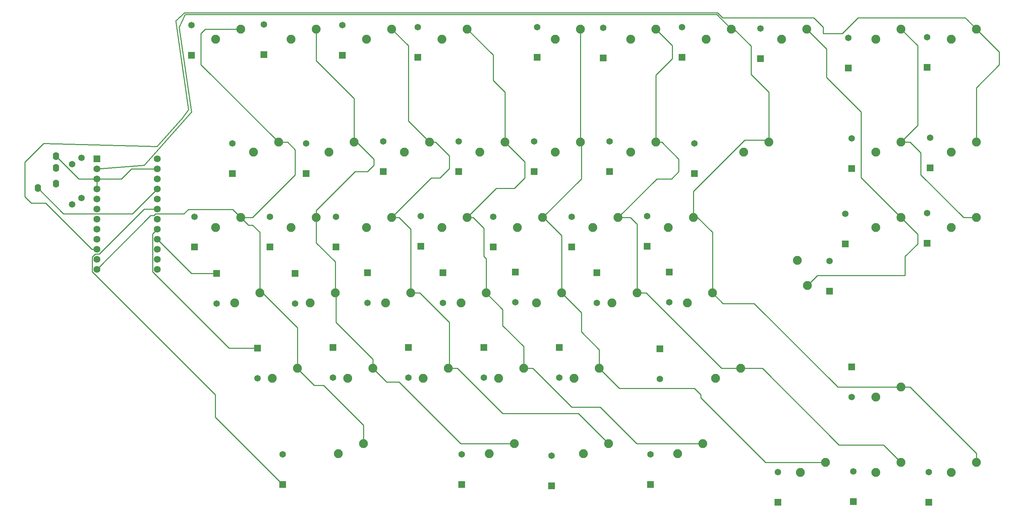
<source format=gbr>
%TF.GenerationSoftware,KiCad,Pcbnew,(5.1.9)-1*%
%TF.CreationDate,2021-04-06T00:29:57+03:00*%
%TF.ProjectId,SplitHside2,53706c69-7448-4736-9964-65322e6b6963,rev?*%
%TF.SameCoordinates,Original*%
%TF.FileFunction,Copper,L2,Bot*%
%TF.FilePolarity,Positive*%
%FSLAX46Y46*%
G04 Gerber Fmt 4.6, Leading zero omitted, Abs format (unit mm)*
G04 Created by KiCad (PCBNEW (5.1.9)-1) date 2021-04-06 00:29:57*
%MOMM*%
%LPD*%
G01*
G04 APERTURE LIST*
%TA.AperFunction,ComponentPad*%
%ADD10C,2.250000*%
%TD*%
%TA.AperFunction,ComponentPad*%
%ADD11C,1.651000*%
%TD*%
%TA.AperFunction,ComponentPad*%
%ADD12R,1.651000X1.651000*%
%TD*%
%TA.AperFunction,ComponentPad*%
%ADD13C,1.752600*%
%TD*%
%TA.AperFunction,ComponentPad*%
%ADD14R,1.752600X1.752600*%
%TD*%
%TA.AperFunction,ComponentPad*%
%ADD15O,1.600000X2.000000*%
%TD*%
%TA.AperFunction,Conductor*%
%ADD16C,0.250000*%
%TD*%
G04 APERTURE END LIST*
D10*
%TO.P,SW57,2*%
%TO.N,D2*%
X244231800Y-137792000D03*
%TO.P,SW57,1*%
%TO.N,Net-(D57-Pad1)*%
X237881800Y-140332000D03*
%TD*%
%TO.P,SW46,2*%
%TO.N,E6*%
X244231800Y-28257500D03*
%TO.P,SW46,1*%
%TO.N,Net-(D46-Pad1)*%
X237881800Y-30797500D03*
%TD*%
%TO.P,SW35,2*%
%TO.N,D2*%
X225187810Y-118745520D03*
%TO.P,SW35,1*%
%TO.N,Net-(D35-Pad1)*%
X218837810Y-121285520D03*
%TD*%
D11*
%TO.P,R2,2*%
%TO.N,D1*%
X18256250Y-70961250D03*
%TO.P,R2,1*%
%TO.N,/Sheet60DDDDC8/3*%
X18256250Y-60801250D03*
%TD*%
%TO.P,R1,2*%
%TO.N,D0*%
X15875000Y-72548750D03*
%TO.P,R1,1*%
%TO.N,/Sheet60DDDDC8/2*%
X15875000Y-62388750D03*
%TD*%
D10*
%TO.P,SW14,2*%
%TO.N,F6*%
X101362290Y-94932920D03*
%TO.P,SW14,1*%
%TO.N,Net-(D14-Pad1)*%
X95012290Y-97472920D03*
%TD*%
%TO.P,SW13,2*%
%TO.N,F6*%
X96599770Y-75882840D03*
%TO.P,SW13,1*%
%TO.N,Net-(D13-Pad1)*%
X90249770Y-78422840D03*
%TD*%
%TO.P,SW54,2*%
%TO.N,D7*%
X175181350Y-133033080D03*
%TO.P,SW54,1*%
%TO.N,Net-(D54-Pad1)*%
X168831350Y-135573080D03*
%TD*%
%TO.P,SW55,1*%
%TO.N,Net-(D55-Pad1)*%
X199787730Y-140335600D03*
%TO.P,SW55,2*%
%TO.N,C6*%
X206137730Y-137795600D03*
%TD*%
%TO.P,SW56,2*%
%TO.N,D4*%
X225187810Y-137795600D03*
%TO.P,SW56,1*%
%TO.N,Net-(D56-Pad1)*%
X218837810Y-140335600D03*
%TD*%
%TO.P,SW51,2*%
%TO.N,B5*%
X89455990Y-133033080D03*
%TO.P,SW51,1*%
%TO.N,Net-(D51-Pad1)*%
X83105990Y-135573080D03*
%TD*%
D12*
%TO.P,D51,2*%
%TO.N,F5*%
X69056540Y-143351820D03*
D11*
%TO.P,D51,1*%
%TO.N,Net-(D51-Pad1)*%
X69056540Y-135731820D03*
%TD*%
D13*
%TO.P,J1,24*%
%TO.N,RAW*%
X37385750Y-61039690D03*
%TO.P,J1,12*%
%TO.N,B5*%
X22145750Y-88979690D03*
%TO.P,J1,23*%
%TO.N,GND*%
X37385750Y-63579690D03*
%TO.P,J1,22*%
%TO.N,RESET*%
X37385750Y-66119690D03*
%TO.P,J1,21*%
%TO.N,VCC*%
X37385750Y-68659690D03*
%TO.P,J1,20*%
%TO.N,F4*%
X37385750Y-71199690D03*
%TO.P,J1,19*%
%TO.N,F5*%
X37385750Y-73739690D03*
%TO.P,J1,18*%
%TO.N,F6*%
X37385750Y-76279690D03*
%TO.P,J1,17*%
%TO.N,F7*%
X37385750Y-78819690D03*
%TO.P,J1,16*%
%TO.N,B1*%
X37385750Y-81359690D03*
%TO.P,J1,15*%
%TO.N,B3*%
X37385750Y-83899690D03*
%TO.P,J1,14*%
%TO.N,B2*%
X37385750Y-86439690D03*
%TO.P,J1,13*%
%TO.N,B6*%
X37385750Y-88979690D03*
%TO.P,J1,11*%
%TO.N,B4*%
X22145750Y-86439690D03*
%TO.P,J1,10*%
%TO.N,E6*%
X22145750Y-83899690D03*
%TO.P,J1,9*%
%TO.N,D7*%
X22145750Y-81359690D03*
%TO.P,J1,8*%
%TO.N,C6*%
X22145750Y-78819690D03*
%TO.P,J1,7*%
%TO.N,D4*%
X22145750Y-76279690D03*
%TO.P,J1,6*%
%TO.N,D0*%
X22145750Y-73739690D03*
%TO.P,J1,5*%
%TO.N,D1*%
X22145750Y-71199690D03*
%TO.P,J1,4*%
%TO.N,GND*%
X22145750Y-68659690D03*
%TO.P,J1,3*%
X22145750Y-66119690D03*
%TO.P,J1,2*%
%TO.N,D2*%
X22145750Y-63579690D03*
D14*
%TO.P,J1,1*%
%TO.N,D3*%
X22145750Y-61039690D03*
%TD*%
D10*
%TO.P,SW8,2*%
%TO.N,B4*%
X77549690Y-75882840D03*
%TO.P,SW8,1*%
%TO.N,Net-(D8-Pad1)*%
X71199690Y-78422840D03*
%TD*%
%TO.P,SW10,2*%
%TO.N,B4*%
X91837250Y-113983000D03*
%TO.P,SW10,1*%
%TO.N,Net-(D10-Pad1)*%
X85487250Y-116523000D03*
%TD*%
%TO.P,SW3,2*%
%TO.N,B5*%
X58499610Y-75882840D03*
%TO.P,SW3,1*%
%TO.N,Net-(D3-Pad1)*%
X52149610Y-78422840D03*
%TD*%
%TO.P,SW4,2*%
%TO.N,B5*%
X63262130Y-94932920D03*
%TO.P,SW4,1*%
%TO.N,Net-(D4-Pad1)*%
X56912130Y-97472920D03*
%TD*%
%TO.P,SW53,2*%
%TO.N,F6*%
X151368750Y-133033080D03*
%TO.P,SW53,1*%
%TO.N,Net-(D53-Pad1)*%
X145018750Y-135573080D03*
%TD*%
%TO.P,SW52,2*%
%TO.N,B4*%
X127556150Y-133033080D03*
%TO.P,SW52,1*%
%TO.N,Net-(D52-Pad1)*%
X121206150Y-135573080D03*
%TD*%
%TO.P,SW37,1*%
%TO.N,Net-(D37-Pad1)*%
X198993950Y-86677880D03*
%TO.P,SW37,2*%
%TO.N,D3*%
X201533950Y-93027880D03*
%TD*%
%TO.P,SW32,2*%
%TO.N,D2*%
X191850170Y-56832760D03*
%TO.P,SW32,1*%
%TO.N,Net-(D32-Pad1)*%
X185500170Y-59372760D03*
%TD*%
%TO.P,SW30,2*%
%TO.N,D4*%
X184706390Y-113983000D03*
%TO.P,SW30,1*%
%TO.N,Net-(D30-Pad1)*%
X178356390Y-116523000D03*
%TD*%
%TO.P,SW42,2*%
%TO.N,F4*%
X225187810Y-56832760D03*
%TO.P,SW42,1*%
%TO.N,Net-(D42-Pad1)*%
X218837810Y-59372760D03*
%TD*%
%TO.P,SW41,2*%
%TO.N,F4*%
X225187810Y-28257640D03*
%TO.P,SW41,1*%
%TO.N,Net-(D41-Pad1)*%
X218837810Y-30797640D03*
%TD*%
%TO.P,SW38,2*%
%TO.N,D3*%
X225187810Y-75882840D03*
%TO.P,SW38,1*%
%TO.N,Net-(D38-Pad1)*%
X218837810Y-78422840D03*
%TD*%
%TO.P,SW33,2*%
%TO.N,D2*%
X172800090Y-75882840D03*
%TO.P,SW33,1*%
%TO.N,Net-(D33-Pad1)*%
X166450090Y-78422840D03*
%TD*%
%TO.P,SW27,2*%
%TO.N,D4*%
X163275050Y-56832760D03*
%TO.P,SW27,1*%
%TO.N,Net-(D27-Pad1)*%
X156925050Y-59372760D03*
%TD*%
%TO.P,SW12,2*%
%TO.N,F6*%
X106124810Y-56832760D03*
%TO.P,SW12,1*%
%TO.N,Net-(D12-Pad1)*%
X99774810Y-59372760D03*
%TD*%
%TO.P,SW6,2*%
%TO.N,B4*%
X77549690Y-28257640D03*
%TO.P,SW6,1*%
%TO.N,Net-(D6-Pad1)*%
X71199690Y-30797640D03*
%TD*%
D12*
%TO.P,D6,2*%
%TO.N,B6*%
X64293750Y-34766250D03*
D11*
%TO.P,D6,1*%
%TO.N,Net-(D6-Pad1)*%
X64293750Y-27146250D03*
%TD*%
D10*
%TO.P,SW47,2*%
%TO.N,E6*%
X244237890Y-56832760D03*
%TO.P,SW47,1*%
%TO.N,Net-(D47-Pad1)*%
X237887890Y-59372760D03*
%TD*%
%TO.P,SW43,2*%
%TO.N,F4*%
X244237890Y-75882840D03*
%TO.P,SW43,1*%
%TO.N,Net-(D43-Pad1)*%
X237887890Y-78422840D03*
%TD*%
%TO.P,SW36,2*%
%TO.N,D3*%
X201375210Y-28257640D03*
%TO.P,SW36,1*%
%TO.N,Net-(D36-Pad1)*%
X195025210Y-30797640D03*
%TD*%
%TO.P,SW34,2*%
%TO.N,D2*%
X177562610Y-94932920D03*
%TO.P,SW34,1*%
%TO.N,Net-(D34-Pad1)*%
X171212610Y-97472920D03*
%TD*%
%TO.P,SW31,2*%
%TO.N,D2*%
X182325130Y-28257640D03*
%TO.P,SW31,1*%
%TO.N,Net-(D31-Pad1)*%
X175975130Y-30797640D03*
%TD*%
%TO.P,SW29,2*%
%TO.N,D4*%
X158512530Y-94932920D03*
%TO.P,SW29,1*%
%TO.N,Net-(D29-Pad1)*%
X152162530Y-97472920D03*
%TD*%
%TO.P,SW28,2*%
%TO.N,D4*%
X153750010Y-75882840D03*
%TO.P,SW28,1*%
%TO.N,Net-(D28-Pad1)*%
X147400010Y-78422840D03*
%TD*%
%TO.P,SW26,2*%
%TO.N,D4*%
X163275050Y-28257640D03*
%TO.P,SW26,1*%
%TO.N,Net-(D26-Pad1)*%
X156925050Y-30797640D03*
%TD*%
%TO.P,SW25,2*%
%TO.N,C6*%
X148987490Y-113983000D03*
%TO.P,SW25,1*%
%TO.N,Net-(D25-Pad1)*%
X142637490Y-116523000D03*
%TD*%
%TO.P,SW24,2*%
%TO.N,C6*%
X139462450Y-94932920D03*
%TO.P,SW24,1*%
%TO.N,Net-(D24-Pad1)*%
X133112450Y-97472920D03*
%TD*%
%TO.P,SW23,2*%
%TO.N,C6*%
X134699930Y-75882840D03*
%TO.P,SW23,1*%
%TO.N,Net-(D23-Pad1)*%
X128349930Y-78422840D03*
%TD*%
%TO.P,SW22,2*%
%TO.N,C6*%
X144224970Y-56832760D03*
%TO.P,SW22,1*%
%TO.N,Net-(D22-Pad1)*%
X137874970Y-59372760D03*
%TD*%
%TO.P,SW21,2*%
%TO.N,C6*%
X144224970Y-28257640D03*
%TO.P,SW21,1*%
%TO.N,Net-(D21-Pad1)*%
X137874970Y-30797640D03*
%TD*%
%TO.P,SW20,2*%
%TO.N,D7*%
X129937410Y-113983000D03*
%TO.P,SW20,1*%
%TO.N,Net-(D20-Pad1)*%
X123587410Y-116523000D03*
%TD*%
%TO.P,SW19,2*%
%TO.N,D7*%
X120412370Y-94932920D03*
%TO.P,SW19,1*%
%TO.N,Net-(D19-Pad1)*%
X114062370Y-97472920D03*
%TD*%
%TO.P,SW18,2*%
%TO.N,D7*%
X115649850Y-75882840D03*
%TO.P,SW18,1*%
%TO.N,Net-(D18-Pad1)*%
X109299850Y-78422840D03*
%TD*%
%TO.P,SW17,2*%
%TO.N,D7*%
X125174890Y-56832760D03*
%TO.P,SW17,1*%
%TO.N,Net-(D17-Pad1)*%
X118824890Y-59372760D03*
%TD*%
%TO.P,SW16,2*%
%TO.N,D7*%
X115649850Y-28257640D03*
%TO.P,SW16,1*%
%TO.N,Net-(D16-Pad1)*%
X109299850Y-30797640D03*
%TD*%
%TO.P,SW15,2*%
%TO.N,F6*%
X110887330Y-113983000D03*
%TO.P,SW15,1*%
%TO.N,Net-(D15-Pad1)*%
X104537330Y-116523000D03*
%TD*%
%TO.P,SW11,2*%
%TO.N,F6*%
X96599770Y-28257640D03*
%TO.P,SW11,1*%
%TO.N,Net-(D11-Pad1)*%
X90249770Y-30797640D03*
%TD*%
%TO.P,SW9,2*%
%TO.N,B4*%
X82312210Y-94932920D03*
%TO.P,SW9,1*%
%TO.N,Net-(D9-Pad1)*%
X75962210Y-97472920D03*
%TD*%
%TO.P,SW7,2*%
%TO.N,B4*%
X87074730Y-56832500D03*
%TO.P,SW7,1*%
%TO.N,Net-(D7-Pad1)*%
X80724730Y-59372500D03*
%TD*%
%TO.P,SW5,2*%
%TO.N,B5*%
X72787170Y-113983000D03*
%TO.P,SW5,1*%
%TO.N,Net-(D5-Pad1)*%
X66437170Y-116523000D03*
%TD*%
%TO.P,SW2,2*%
%TO.N,B5*%
X68024650Y-56832760D03*
%TO.P,SW2,1*%
%TO.N,Net-(D2-Pad1)*%
X61674650Y-59372760D03*
%TD*%
%TO.P,SW1,2*%
%TO.N,B5*%
X58499610Y-28257640D03*
%TO.P,SW1,1*%
%TO.N,Net-(D1-Pad1)*%
X52149610Y-30797640D03*
%TD*%
D12*
%TO.P,D47,2*%
%TO.N,B2*%
X232568750Y-63341250D03*
D11*
%TO.P,D47,1*%
%TO.N,Net-(D47-Pad1)*%
X232568750Y-55721250D03*
%TD*%
D12*
%TO.P,D46,2*%
%TO.N,B6*%
X231775000Y-37941250D03*
D11*
%TO.P,D46,1*%
%TO.N,Net-(D46-Pad1)*%
X231775000Y-30321250D03*
%TD*%
D12*
%TO.P,D43,2*%
%TO.N,B3*%
X231775000Y-82391250D03*
D11*
%TO.P,D43,1*%
%TO.N,Net-(D43-Pad1)*%
X231775000Y-74771250D03*
%TD*%
D12*
%TO.P,D42,2*%
%TO.N,B2*%
X212725000Y-63500000D03*
D11*
%TO.P,D42,1*%
%TO.N,Net-(D42-Pad1)*%
X212725000Y-55880000D03*
%TD*%
D12*
%TO.P,D41,2*%
%TO.N,B6*%
X211931250Y-38100000D03*
D11*
%TO.P,D41,1*%
%TO.N,Net-(D41-Pad1)*%
X211931250Y-30480000D03*
%TD*%
D12*
%TO.P,D38,2*%
%TO.N,B3*%
X211137500Y-82550000D03*
D11*
%TO.P,D38,1*%
%TO.N,Net-(D38-Pad1)*%
X211137500Y-74930000D03*
%TD*%
D12*
%TO.P,D37,2*%
%TO.N,B2*%
X207169620Y-94535990D03*
D11*
%TO.P,D37,1*%
%TO.N,Net-(D37-Pad1)*%
X207169620Y-86915990D03*
%TD*%
D12*
%TO.P,D36,2*%
%TO.N,B6*%
X189706250Y-35718750D03*
D11*
%TO.P,D36,1*%
%TO.N,Net-(D36-Pad1)*%
X189706250Y-28098750D03*
%TD*%
D12*
%TO.P,D35,2*%
%TO.N,F7*%
X212725000Y-113665000D03*
D11*
%TO.P,D35,1*%
%TO.N,Net-(D35-Pad1)*%
X212725000Y-121285000D03*
%TD*%
D12*
%TO.P,D34,2*%
%TO.N,B1*%
X166687500Y-89693750D03*
D11*
%TO.P,D34,1*%
%TO.N,Net-(D34-Pad1)*%
X166687500Y-97313750D03*
%TD*%
D12*
%TO.P,D33,2*%
%TO.N,B3*%
X161131250Y-83185000D03*
D11*
%TO.P,D33,1*%
%TO.N,Net-(D33-Pad1)*%
X161131250Y-75565000D03*
%TD*%
D12*
%TO.P,D32,2*%
%TO.N,B2*%
X173037500Y-64770240D03*
D11*
%TO.P,D32,1*%
%TO.N,Net-(D32-Pad1)*%
X173037500Y-57150240D03*
%TD*%
D12*
%TO.P,D31,2*%
%TO.N,B6*%
X169862500Y-35401250D03*
D11*
%TO.P,D31,1*%
%TO.N,Net-(D31-Pad1)*%
X169862500Y-27781250D03*
%TD*%
D12*
%TO.P,D30,2*%
%TO.N,F7*%
X164306250Y-109061250D03*
D11*
%TO.P,D30,1*%
%TO.N,Net-(D30-Pad1)*%
X164306250Y-116681250D03*
%TD*%
D12*
%TO.P,D29,2*%
%TO.N,B1*%
X148431250Y-89852500D03*
D11*
%TO.P,D29,1*%
%TO.N,Net-(D29-Pad1)*%
X148431250Y-97472500D03*
%TD*%
D12*
%TO.P,D28,2*%
%TO.N,B3*%
X142081250Y-83343750D03*
D11*
%TO.P,D28,1*%
%TO.N,Net-(D28-Pad1)*%
X142081250Y-75723750D03*
%TD*%
D12*
%TO.P,D27,2*%
%TO.N,B2*%
X151606250Y-64293750D03*
D11*
%TO.P,D27,1*%
%TO.N,Net-(D27-Pad1)*%
X151606250Y-56673750D03*
%TD*%
D12*
%TO.P,D26,2*%
%TO.N,B6*%
X150018750Y-35560000D03*
D11*
%TO.P,D26,1*%
%TO.N,Net-(D26-Pad1)*%
X150018750Y-27940000D03*
%TD*%
D12*
%TO.P,D25,2*%
%TO.N,F7*%
X138906250Y-108743750D03*
D11*
%TO.P,D25,1*%
%TO.N,Net-(D25-Pad1)*%
X138906250Y-116363750D03*
%TD*%
D12*
%TO.P,D24,2*%
%TO.N,B1*%
X127793750Y-89693750D03*
D11*
%TO.P,D24,1*%
%TO.N,Net-(D24-Pad1)*%
X127793750Y-97313750D03*
%TD*%
D12*
%TO.P,D23,2*%
%TO.N,B3*%
X122237500Y-83343750D03*
D11*
%TO.P,D23,1*%
%TO.N,Net-(D23-Pad1)*%
X122237500Y-75723750D03*
%TD*%
D12*
%TO.P,D22,2*%
%TO.N,B2*%
X132556250Y-64293750D03*
D11*
%TO.P,D22,1*%
%TO.N,Net-(D22-Pad1)*%
X132556250Y-56673750D03*
%TD*%
D12*
%TO.P,D21,2*%
%TO.N,B6*%
X133350000Y-35401250D03*
D11*
%TO.P,D21,1*%
%TO.N,Net-(D21-Pad1)*%
X133350000Y-27781250D03*
%TD*%
D12*
%TO.P,D20,2*%
%TO.N,F7*%
X119856250Y-108743750D03*
D11*
%TO.P,D20,1*%
%TO.N,Net-(D20-Pad1)*%
X119856250Y-116363750D03*
%TD*%
D12*
%TO.P,D19,2*%
%TO.N,B1*%
X109537500Y-89852500D03*
D11*
%TO.P,D19,1*%
%TO.N,Net-(D19-Pad1)*%
X109537500Y-97472500D03*
%TD*%
D12*
%TO.P,D18,2*%
%TO.N,B3*%
X103981250Y-83185000D03*
D11*
%TO.P,D18,1*%
%TO.N,Net-(D18-Pad1)*%
X103981250Y-75565000D03*
%TD*%
D12*
%TO.P,D17,2*%
%TO.N,B2*%
X113506250Y-64293750D03*
D11*
%TO.P,D17,1*%
%TO.N,Net-(D17-Pad1)*%
X113506250Y-56673750D03*
%TD*%
D12*
%TO.P,D16,2*%
%TO.N,B6*%
X103187500Y-35401250D03*
D11*
%TO.P,D16,1*%
%TO.N,Net-(D16-Pad1)*%
X103187500Y-27781250D03*
%TD*%
D12*
%TO.P,D15,2*%
%TO.N,F7*%
X100806250Y-108743750D03*
D11*
%TO.P,D15,1*%
%TO.N,Net-(D15-Pad1)*%
X100806250Y-116363750D03*
%TD*%
D12*
%TO.P,D14,2*%
%TO.N,B1*%
X90487500Y-89852500D03*
D11*
%TO.P,D14,1*%
%TO.N,Net-(D14-Pad1)*%
X90487500Y-97472500D03*
%TD*%
D12*
%TO.P,D13,2*%
%TO.N,B3*%
X82550000Y-83343750D03*
D11*
%TO.P,D13,1*%
%TO.N,Net-(D13-Pad1)*%
X82550000Y-75723750D03*
%TD*%
D12*
%TO.P,D12,2*%
%TO.N,B2*%
X94456250Y-64293750D03*
D11*
%TO.P,D12,1*%
%TO.N,Net-(D12-Pad1)*%
X94456250Y-56673750D03*
%TD*%
D12*
%TO.P,D11,2*%
%TO.N,B6*%
X84137500Y-34925000D03*
D11*
%TO.P,D11,1*%
%TO.N,Net-(D11-Pad1)*%
X84137500Y-27305000D03*
%TD*%
D12*
%TO.P,D10,2*%
%TO.N,F7*%
X81756250Y-108743750D03*
D11*
%TO.P,D10,1*%
%TO.N,Net-(D10-Pad1)*%
X81756250Y-116363750D03*
%TD*%
D12*
%TO.P,D9,2*%
%TO.N,B1*%
X72231250Y-90011250D03*
D11*
%TO.P,D9,1*%
%TO.N,Net-(D9-Pad1)*%
X72231250Y-97631250D03*
%TD*%
D12*
%TO.P,D8,2*%
%TO.N,B3*%
X65881250Y-83343750D03*
D11*
%TO.P,D8,1*%
%TO.N,Net-(D8-Pad1)*%
X65881250Y-75723750D03*
%TD*%
D12*
%TO.P,D7,2*%
%TO.N,B2*%
X75009690Y-64770240D03*
D11*
%TO.P,D7,1*%
%TO.N,Net-(D7-Pad1)*%
X75009690Y-57150240D03*
%TD*%
D12*
%TO.P,D5,2*%
%TO.N,F7*%
X62706250Y-108902500D03*
D11*
%TO.P,D5,1*%
%TO.N,Net-(D5-Pad1)*%
X62706250Y-116522500D03*
%TD*%
D12*
%TO.P,D4,2*%
%TO.N,B1*%
X52387500Y-90011250D03*
D11*
%TO.P,D4,1*%
%TO.N,Net-(D4-Pad1)*%
X52387500Y-97631250D03*
%TD*%
D12*
%TO.P,D3,2*%
%TO.N,B3*%
X46831250Y-83343750D03*
D11*
%TO.P,D3,1*%
%TO.N,Net-(D3-Pad1)*%
X46831250Y-75723750D03*
%TD*%
D12*
%TO.P,D2,2*%
%TO.N,B2*%
X56356250Y-64770000D03*
D11*
%TO.P,D2,1*%
%TO.N,Net-(D2-Pad1)*%
X56356250Y-57150000D03*
%TD*%
D12*
%TO.P,D1,2*%
%TO.N,B6*%
X46037500Y-34925000D03*
D11*
%TO.P,D1,1*%
%TO.N,Net-(D1-Pad1)*%
X46037500Y-27305000D03*
%TD*%
D15*
%TO.P,J2,3*%
%TO.N,/Sheet60DDDDC8/3*%
X11825040Y-63350240D03*
%TO.P,J2,4*%
%TO.N,GND*%
X11825040Y-60350240D03*
%TO.P,J2,2*%
%TO.N,/Sheet60DDDDC8/2*%
X11825040Y-67350240D03*
%TO.P,J2,1*%
%TO.N,VCC*%
X7225040Y-68450240D03*
%TD*%
D11*
%TO.P,D52,1*%
%TO.N,Net-(D52-Pad1)*%
X114300480Y-135731820D03*
D12*
%TO.P,D52,2*%
%TO.N,F5*%
X114300480Y-143351820D03*
%TD*%
%TO.P,D53,2*%
%TO.N,F5*%
X136949899Y-143731650D03*
D11*
%TO.P,D53,1*%
%TO.N,Net-(D53-Pad1)*%
X136949899Y-136111650D03*
%TD*%
%TO.P,D54,1*%
%TO.N,Net-(D54-Pad1)*%
X161925680Y-135731820D03*
D12*
%TO.P,D54,2*%
%TO.N,F5*%
X161925680Y-143351820D03*
%TD*%
D11*
%TO.P,D55,1*%
%TO.N,Net-(D55-Pad1)*%
X194072690Y-140256230D03*
D12*
%TO.P,D55,2*%
%TO.N,F5*%
X194072690Y-147876230D03*
%TD*%
%TO.P,D56,2*%
%TO.N,F5*%
X213122770Y-147638120D03*
D11*
%TO.P,D56,1*%
%TO.N,Net-(D56-Pad1)*%
X213122770Y-140018120D03*
%TD*%
%TO.P,D57,1*%
%TO.N,Net-(D57-Pad1)*%
X232172850Y-140256230D03*
D12*
%TO.P,D57,2*%
%TO.N,F5*%
X232172850Y-147876230D03*
%TD*%
D16*
%TO.N,B5*%
X58499610Y-28257640D02*
X49529860Y-28257640D01*
X49529860Y-28257640D02*
X48418750Y-29368750D01*
X48418750Y-37226860D02*
X68024650Y-56832760D01*
X48418750Y-29368750D02*
X48418750Y-37226860D01*
X68024650Y-56832760D02*
X70326510Y-56832760D01*
X70326510Y-56832760D02*
X72231250Y-58737500D01*
X72231250Y-58737500D02*
X72231250Y-65087500D01*
X61435910Y-75882840D02*
X58499610Y-75882840D01*
X72231250Y-65087500D02*
X61435910Y-75882840D01*
X63262130Y-79612870D02*
X63262130Y-94932920D01*
X61436760Y-77787500D02*
X63262130Y-79612870D01*
X60404270Y-77787500D02*
X61436760Y-77787500D01*
X58499610Y-75882840D02*
X60404270Y-77787500D01*
X89455990Y-133033080D02*
X89455990Y-128349740D01*
X79375000Y-118268750D02*
X76993750Y-118268750D01*
X89455990Y-128349740D02*
X79375000Y-118268750D01*
X72787170Y-114062170D02*
X72787170Y-113983000D01*
X76993750Y-118268750D02*
X72787170Y-114062170D01*
X72787170Y-113983000D02*
X72787170Y-103743420D01*
X63976670Y-94932920D02*
X63262130Y-94932920D01*
X72787170Y-103743420D02*
X63976670Y-94932920D01*
X56435520Y-73818750D02*
X58499610Y-75882840D01*
X45243750Y-73818750D02*
X56435520Y-73818750D01*
X44121509Y-74940991D02*
X45243750Y-73818750D01*
X36977759Y-74940991D02*
X44121509Y-74940991D01*
X36512500Y-75406250D02*
X36977759Y-74940991D01*
X35719190Y-75406250D02*
X36512500Y-75406250D01*
X22145750Y-88979690D02*
X35719190Y-75406250D01*
%TO.N,GND*%
X37385750Y-63579690D02*
X30876560Y-63579690D01*
X28336560Y-66119690D02*
X22145750Y-66119690D01*
X30876560Y-63579690D02*
X28336560Y-66119690D01*
X22145750Y-68659690D02*
X22145750Y-66119690D01*
X17594490Y-66119690D02*
X11825040Y-60350240D01*
X22145750Y-66119690D02*
X17594490Y-66119690D01*
%TO.N,VCC*%
X31104449Y-74940991D02*
X37385750Y-68659690D01*
X13715791Y-74940991D02*
X31104449Y-74940991D01*
X7225040Y-68450240D02*
X13715791Y-74940991D01*
%TO.N,F4*%
X244237890Y-75882840D02*
X240982840Y-75882840D01*
X240982840Y-75882840D02*
X230187500Y-65087500D01*
X230187500Y-65087500D02*
X230187500Y-59531250D01*
X227489010Y-56832760D02*
X225187810Y-56832760D01*
X230187500Y-59531250D02*
X227489010Y-56832760D01*
X225187810Y-56832760D02*
X229393750Y-52626820D01*
X229393750Y-32463580D02*
X225187810Y-28257640D01*
X229393750Y-52626820D02*
X229393750Y-32463580D01*
%TO.N,F5*%
X20944449Y-89556315D02*
X52038134Y-120650000D01*
X20944449Y-85863065D02*
X20944449Y-89556315D01*
X21706523Y-85100991D02*
X20944449Y-85863065D01*
X22722375Y-85100991D02*
X21706523Y-85100991D01*
X34083676Y-73739690D02*
X22722375Y-85100991D01*
X37385750Y-73739690D02*
X34083676Y-73739690D01*
X52038134Y-126333414D02*
X69056540Y-143351820D01*
X52038134Y-120650000D02*
X52038134Y-126333414D01*
%TO.N,F6*%
X100806250Y-51514200D02*
X106124810Y-56832760D01*
X100806250Y-32464120D02*
X100806250Y-51514200D01*
X96599770Y-28257640D02*
X100806250Y-32464120D01*
X101362290Y-94932920D02*
X103664170Y-94932920D01*
X103664170Y-94932920D02*
X111125000Y-102393750D01*
X111125000Y-113745330D02*
X110887330Y-113983000D01*
X111125000Y-102393750D02*
X111125000Y-113745330D01*
X110887330Y-113983000D02*
X113189250Y-113983000D01*
X113189250Y-113983000D02*
X124618750Y-125412500D01*
X143748170Y-125412500D02*
X151368750Y-133033080D01*
X124618750Y-125412500D02*
X143748170Y-125412500D01*
X101362290Y-94932920D02*
X101362290Y-78818960D01*
X98426170Y-75882840D02*
X96599770Y-75882840D01*
X101362290Y-78818960D02*
X98426170Y-75882840D01*
X107632760Y-56832760D02*
X106124810Y-56832760D01*
X111125000Y-60325000D02*
X107632760Y-56832760D01*
X96599770Y-75882840D02*
X106601360Y-65881250D01*
X106601360Y-65881250D02*
X108743750Y-65881250D01*
X111125000Y-63500000D02*
X111125000Y-60325000D01*
X108743750Y-65881250D02*
X111125000Y-63500000D01*
%TO.N,F7*%
X36184449Y-80020991D02*
X37385750Y-78819690D01*
X36184449Y-89556315D02*
X36184449Y-80020991D01*
X55530634Y-108902500D02*
X36184449Y-89556315D01*
X62706250Y-108902500D02*
X55530634Y-108902500D01*
%TO.N,B1*%
X46037310Y-90011250D02*
X52387500Y-90011250D01*
X37385750Y-81359690D02*
X46037310Y-90011250D01*
%TO.N,B4*%
X127556150Y-133033080D02*
X113983080Y-133033080D01*
X113983080Y-133033080D02*
X98425000Y-117475000D01*
X95329250Y-117475000D02*
X91837250Y-113983000D01*
X98425000Y-117475000D02*
X95329250Y-117475000D01*
X91837250Y-113983000D02*
X91837250Y-111681000D01*
X91837250Y-111681000D02*
X82550000Y-102393750D01*
X82550000Y-95170710D02*
X82312210Y-94932920D01*
X82550000Y-102393750D02*
X82550000Y-95170710D01*
X82312210Y-94932920D02*
X82312210Y-87074710D01*
X77549690Y-82312190D02*
X77549690Y-75882840D01*
X82312210Y-87074710D02*
X77549690Y-82312190D01*
X87788750Y-56832500D02*
X87074730Y-56832500D01*
X92075000Y-61118750D02*
X87788750Y-56832500D01*
X92075000Y-62706250D02*
X92075000Y-61118750D01*
X90487500Y-64293750D02*
X92075000Y-62706250D01*
X87312500Y-64293750D02*
X90487500Y-64293750D01*
X77549690Y-74056560D02*
X87312500Y-64293750D01*
X77549690Y-75882840D02*
X77549690Y-74056560D01*
X87074730Y-56832500D02*
X87074730Y-45799730D01*
X77549690Y-36274690D02*
X77549690Y-28257640D01*
X87074730Y-45799730D02*
X77549690Y-36274690D01*
%TO.N,E6*%
X244237890Y-43099610D02*
X250031250Y-37306250D01*
X244237890Y-56832760D02*
X244237890Y-43099610D01*
X205581250Y-29368750D02*
X210343750Y-29368750D01*
X180103900Y-25400000D02*
X203200000Y-25400000D01*
X44263600Y-24156240D02*
X178860141Y-24156241D01*
X20883486Y-83899690D02*
X9215046Y-72231250D01*
X37306250Y-57943750D02*
X43656250Y-50800000D01*
X205581250Y-27781250D02*
X205581250Y-29368750D01*
X9215046Y-72231250D02*
X5556250Y-72231250D01*
X5556250Y-72231250D02*
X3968750Y-70643750D01*
X3968750Y-70643750D02*
X3968750Y-61912500D01*
X43656250Y-50800000D02*
X45243750Y-48594572D01*
X203200000Y-25400000D02*
X205581250Y-27781250D01*
X3968750Y-61912500D02*
X8731250Y-57150000D01*
X210343750Y-29368750D02*
X214312500Y-25400000D01*
X8731250Y-57150000D02*
X37306250Y-57943750D01*
X45243750Y-48594572D02*
X42068750Y-26193750D01*
X42068750Y-26193750D02*
X44263600Y-24156240D01*
X22145750Y-83899690D02*
X20883486Y-83899690D01*
X178860141Y-24156241D02*
X180103900Y-25400000D01*
X250000000Y-34500000D02*
X250031250Y-34531250D01*
X250031250Y-34531250D02*
X250031250Y-34051000D01*
X250031250Y-37306250D02*
X250031250Y-34531250D01*
X244231800Y-28257500D02*
X249598050Y-33623750D01*
X241374300Y-25400000D02*
X241929650Y-25955350D01*
X214312500Y-25400000D02*
X241374300Y-25400000D01*
X241929650Y-25955350D02*
X244231800Y-28257500D01*
X241776250Y-25801950D02*
X241929650Y-25955350D01*
X249604000Y-33623750D02*
X250031250Y-34051000D01*
X249598050Y-33623750D02*
X249604000Y-33623750D01*
%TO.N,D7*%
X142081250Y-123825000D02*
X132239250Y-113983000D01*
X149225000Y-123825000D02*
X142081250Y-123825000D01*
X158433080Y-133033080D02*
X149225000Y-123825000D01*
X132239250Y-113983000D02*
X129937410Y-113983000D01*
X175181350Y-133033080D02*
X158433080Y-133033080D01*
X129937410Y-113983000D02*
X129937410Y-108506160D01*
X129937410Y-108506160D02*
X124618750Y-103187500D01*
X124618750Y-99139300D02*
X120412370Y-94932920D01*
X124618750Y-103187500D02*
X124618750Y-99139300D01*
X120412370Y-94932920D02*
X120412370Y-86281120D01*
X120412370Y-86281120D02*
X119856250Y-85725000D01*
X119856250Y-85725000D02*
X119856250Y-78581250D01*
X117157840Y-75882840D02*
X115649850Y-75882840D01*
X119856250Y-78581250D02*
X117157840Y-75882840D01*
X115649850Y-75882840D02*
X123031250Y-68501440D01*
X123031250Y-68501440D02*
X127554810Y-68501440D01*
X127554810Y-68501440D02*
X130175000Y-65881250D01*
X130175000Y-61832870D02*
X125174890Y-56832760D01*
X130175000Y-65881250D02*
X130175000Y-61832870D01*
X125174890Y-56832760D02*
X125174890Y-44212390D01*
X125174890Y-44212390D02*
X122237500Y-41275000D01*
X122237500Y-34845290D02*
X115649850Y-28257640D01*
X122237500Y-41275000D02*
X122237500Y-34845290D01*
%TO.N,C6*%
X154066990Y-119062500D02*
X148987490Y-113983000D01*
X173037500Y-119062500D02*
X154066990Y-119062500D01*
X174625000Y-120650000D02*
X173037500Y-119062500D01*
X174625000Y-121443750D02*
X174625000Y-120650000D01*
X190976850Y-137795600D02*
X174625000Y-121443750D01*
X206137730Y-137795600D02*
X190976850Y-137795600D01*
X148987490Y-113983000D02*
X148987490Y-109299990D01*
X148987490Y-109299990D02*
X144462500Y-104775000D01*
X144462500Y-99932970D02*
X139462450Y-94932920D01*
X144462500Y-104775000D02*
X144462500Y-99932970D01*
X139462450Y-94932920D02*
X139462450Y-80406300D01*
X134938990Y-75882840D02*
X134699930Y-75882840D01*
X139462450Y-80406300D02*
X134938990Y-75882840D01*
X134699930Y-75882840D02*
X144462500Y-66120270D01*
X144462500Y-57070290D02*
X144224970Y-56832760D01*
X144462500Y-66120270D02*
X144462500Y-57070290D01*
X144224970Y-56832760D02*
X144224970Y-28257640D01*
%TO.N,D4*%
X225187810Y-137795600D02*
X220742210Y-133350000D01*
X220742210Y-133350000D02*
X209550000Y-133350000D01*
X190183000Y-113983000D02*
X184706390Y-113983000D01*
X209550000Y-133350000D02*
X190183000Y-113983000D01*
X184706390Y-113983000D02*
X179864250Y-113983000D01*
X160814170Y-94932920D02*
X158512530Y-94932920D01*
X179864250Y-113983000D02*
X160814170Y-94932920D01*
X158512530Y-94932920D02*
X158512530Y-77550030D01*
X156845340Y-75882840D02*
X153750010Y-75882840D01*
X158512530Y-77550030D02*
X156845340Y-75882840D01*
X153750010Y-75882840D02*
X163512500Y-66120350D01*
X163512500Y-66120350D02*
X167242150Y-66120350D01*
X167242150Y-66120350D02*
X169068750Y-64293750D01*
X169068750Y-64293750D02*
X169068750Y-61118750D01*
X164782760Y-56832760D02*
X163275050Y-56832760D01*
X169068750Y-61118750D02*
X164782760Y-56832760D01*
X163275050Y-56832760D02*
X163275050Y-39924950D01*
X163275050Y-39924950D02*
X167481250Y-35718750D01*
X167481250Y-32463840D02*
X163275050Y-28257640D01*
X167481250Y-35718750D02*
X167481250Y-32463840D01*
%TO.N,D2*%
X227489270Y-118745520D02*
X225187810Y-118745520D01*
X244237890Y-135494140D02*
X227489270Y-118745520D01*
X180260940Y-97631250D02*
X177562610Y-94932920D01*
X188118750Y-97631250D02*
X180260940Y-97631250D01*
X209233020Y-118745520D02*
X188118750Y-97631250D01*
X225187810Y-118745520D02*
X209233020Y-118745520D01*
X177562610Y-94932920D02*
X177562610Y-79612390D01*
X173833060Y-75882840D02*
X172800090Y-75882840D01*
X177562610Y-79612390D02*
X173833060Y-75882840D01*
X191373660Y-56356250D02*
X191850170Y-56832760D01*
X185737500Y-56356250D02*
X191373660Y-56356250D01*
X172800090Y-69293660D02*
X185737500Y-56356250D01*
X172800090Y-75882840D02*
X172800090Y-69293660D01*
X191850170Y-56832760D02*
X191850170Y-44212670D01*
X191850170Y-44212670D02*
X187325000Y-39687500D01*
X187325000Y-39687500D02*
X187325000Y-32543750D01*
X183038890Y-28257640D02*
X182325130Y-28257640D01*
X187325000Y-32543750D02*
X183038890Y-28257640D01*
X178673740Y-24606250D02*
X182325130Y-28257640D01*
X44450000Y-24606250D02*
X178673740Y-24606250D01*
X46037500Y-49212500D02*
X42862500Y-27781250D01*
X42862500Y-27781250D02*
X44450000Y-24606250D01*
X34131250Y-62706250D02*
X46037500Y-49212500D01*
X22145750Y-63579690D02*
X34131250Y-62706250D01*
X244237890Y-137742890D02*
X244290000Y-137795000D01*
X244237890Y-137785910D02*
X244231800Y-137792000D01*
X244237890Y-135494140D02*
X244237890Y-137785910D01*
%TO.N,D3*%
X229393750Y-80088780D02*
X225187810Y-75882840D01*
X229393750Y-82550000D02*
X229393750Y-80088780D01*
X226218750Y-85725000D02*
X229393750Y-82550000D01*
X226218750Y-90487500D02*
X226218750Y-85725000D01*
X204074330Y-90487500D02*
X226218750Y-90487500D01*
X201533950Y-93027880D02*
X204074330Y-90487500D01*
X225187810Y-75882840D02*
X215106250Y-65801280D01*
X215106250Y-65801280D02*
X215106250Y-49212500D01*
X215106250Y-49212500D02*
X206375000Y-40481250D01*
X206375000Y-33257430D02*
X201375210Y-28257640D01*
X206375000Y-40481250D02*
X206375000Y-33257430D01*
%TO.N,Net-(D57-Pad1)*%
X237881800Y-140332000D02*
X237961200Y-140332000D01*
%TD*%
M02*

</source>
